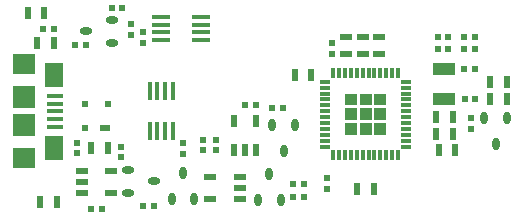
<source format=gbp>
G04 ================== begin FILE IDENTIFICATION RECORD ==================*
G04 Layout Name:  transponderRC2_4-10.brd*
G04 Film Name:    Solderpaste_bot*
G04 File Format:  Gerber RS274X*
G04 File Origin:  Cadence Allegro 17.2-S042*
G04 Origin Date:  Fri Nov 23 21:07:11 2018*
G04 *
G04 Layer:  PACKAGE GEOMETRY/PASTEMASK_BOTTOM*
G04 Layer:  PIN/PASTEMASK_BOTTOM*
G04 Layer:  VIA CLASS/PASTEMASK_BOTTOM*
G04 *
G04 Offset:    (0.0000 0.0000)*
G04 Mirror:    No*
G04 Mode:      Positive*
G04 Rotation:  0*
G04 FullContactRelief:  No*
G04 UndefLineWidth:     0.1500*
G04 ================== end FILE IDENTIFICATION RECORD ====================*
%FSAX55Y55*MOMM*%
%IR0*IPPOS*OFA0.00000B0.00000*MIA0B0*SFA1.00000B1.00000*%
%ADD22O,.6X1.1*%
%ADD17O,1.1X.6*%
%ADD26R,1.X.6*%
%ADD10R,.6X1.*%
%ADD16R,1.35X.4*%
%ADD20R,.3X1.55*%
%ADD21R,1.55X.3*%
%ADD13R,.6X.6*%
%ADD15R,1.0922X.6096*%
%ADD23R,.6096X1.0922*%
%ADD14R,1.6X2.1*%
%ADD27R,1.9X1.1*%
%ADD19R,.5X.6*%
%ADD11R,1.9X1.8*%
%ADD12R,1.9X1.9*%
%ADD25R,.3X.85*%
%ADD18R,.9X.6*%
%ADD24R,.85X.3*%
G75*
%LPD*%
G75*
G36*
G01X0002995000Y0000800000D02*
X0002995000Y0000900000D01*
X0003095000Y0000900000D01*
X0003095000Y0000800000D01*
X0002995000Y0000800000D01*
G37*
G36*
G01X0002870000Y0000800000D02*
X0002870000Y0000900000D01*
X0002970000Y0000900000D01*
X0002970000Y0000800000D01*
X0002870000Y0000800000D01*
G37*
G36*
G01X0002870000Y0000925000D02*
X0002870000Y0001025000D01*
X0002970000Y0001025000D01*
X0002970000Y0000925000D01*
X0002870000Y0000925000D01*
G37*
G36*
G01X0002995000Y0000925000D02*
X0002995000Y0001025000D01*
X0003095000Y0001025000D01*
X0003095000Y0000925000D01*
X0002995000Y0000925000D01*
G37*
G36*
G01X0002870000Y0001050000D02*
X0002870000Y0001150000D01*
X0002970000Y0001150000D01*
X0002970000Y0001050000D01*
X0002870000Y0001050000D01*
G37*
G36*
G01X0002995000Y0001050000D02*
X0002995000Y0001150000D01*
X0003095000Y0001150000D01*
X0003095000Y0001050000D01*
X0002995000Y0001050000D01*
G37*
G36*
G01X0003120000Y0000800000D02*
X0003120000Y0000900000D01*
X0003220000Y0000900000D01*
X0003220000Y0000800000D01*
X0003120000Y0000800000D01*
G37*
G36*
G01X0003120000Y0000925000D02*
X0003120000Y0001025000D01*
X0003220000Y0001025000D01*
X0003220000Y0000925000D01*
X0003120000Y0000925000D01*
G37*
G36*
G01X0003120000Y0001050000D02*
X0003120000Y0001150000D01*
X0003220000Y0001150000D01*
X0003220000Y0001050000D01*
X0003120000Y0001050000D01*
G37*
G54D10*
X0000290000Y0000230000D03*
X0000265000Y0001580000D03*
X0000185000Y0001835000D03*
X0000325000Y0001835000D03*
X0000430000Y0000230000D03*
X0000405000Y0001580000D03*
X0000720000Y0000685000D03*
X0000860000Y0000685000D03*
X0002445000Y0001305000D03*
X0002585000Y0001305000D03*
X0002975000Y0000345000D03*
X0003115000Y0000345000D03*
X0003645000Y0000950000D03*
X0003645000Y0000810000D03*
X0003665000Y0000670000D03*
X0003785000Y0000950000D03*
X0003785000Y0000810000D03*
X0003805000Y0000670000D03*
X0004240000Y0001100000D03*
X0004100000Y0001100000D03*
X0004240000Y0001245000D03*
X0004100000Y0001245000D03*
G54D11*
X0000150000Y0000600000D03*
X0000150000Y0001400000D03*
G54D20*
X0001217500Y0000830000D03*
X0001282500Y0000830000D03*
X0001282500Y0001170000D03*
X0001217500Y0001170000D03*
X0001347500Y0000830000D03*
X0001412500Y0000830000D03*
X0001412500Y0001170000D03*
X0001347500Y0001170000D03*
G54D12*
X0000150000Y0000880000D03*
X0000150000Y0001120000D03*
G54D21*
X0001310000Y0001602500D03*
X0001310000Y0001797500D03*
X0001310000Y0001732500D03*
X0001310000Y0001667500D03*
X0001650000Y0001602500D03*
X0001650000Y0001667500D03*
X0001650000Y0001732500D03*
X0001650000Y0001797500D03*
G54D13*
X0000315000Y0001700000D03*
X0000605000Y0000645000D03*
X0000605000Y0000735000D03*
X0000585000Y0001560000D03*
X0000405000Y0001700000D03*
X0000720000Y0000170000D03*
X0000810000Y0000170000D03*
X0000970000Y0000610000D03*
X0000970000Y0000700000D03*
X0000675000Y0001560000D03*
X0000895000Y0001870000D03*
X0000985000Y0001870000D03*
X0001160000Y0000195000D03*
X0001250000Y0000195000D03*
X0001060000Y0001645000D03*
X0001160000Y0001580000D03*
X0001060000Y0001735000D03*
X0001160000Y0001670000D03*
X0001500000Y0000640000D03*
X0001670000Y0000760000D03*
X0001670000Y0000670000D03*
X0001500000Y0000730000D03*
X0001775000Y0000760000D03*
X0001775000Y0000670000D03*
X0002025000Y0001050000D03*
X0002255000Y0001030000D03*
X0002345000Y0001030000D03*
X0002115000Y0001050000D03*
X0002430000Y0000275000D03*
X0002520000Y0000275000D03*
X0002715000Y0000435000D03*
X0002715000Y0000345000D03*
X0002430000Y0000380000D03*
X0002520000Y0000380000D03*
X0002760000Y0001485000D03*
X0002760000Y0001575000D03*
X0003745000Y0001525000D03*
X0003655000Y0001525000D03*
X0003655000Y0001625000D03*
X0003745000Y0001625000D03*
X0003940000Y0000940000D03*
X0003940000Y0000850000D03*
X0003885000Y0001105000D03*
X0003975000Y0001105000D03*
X0003880000Y0001360000D03*
X0003970000Y0001360000D03*
X0003970000Y0001525000D03*
X0003880000Y0001525000D03*
X0003880000Y0001625000D03*
X0003970000Y0001625000D03*
G54D22*
X0001595000Y0000255000D03*
X0001405000Y0000255000D03*
X0001500000Y0000475000D03*
X0002325000Y0000250000D03*
X0002135000Y0000250000D03*
X0002230000Y0000470000D03*
X0002350000Y0000660000D03*
X0002255000Y0000880000D03*
X0002445000Y0000880000D03*
X0004050000Y0000940000D03*
X0004240000Y0000940000D03*
X0004145000Y0000720000D03*
G54D14*
X0000405000Y0000690000D03*
X0000405000Y0001310000D03*
G54D23*
X0002021020Y0000670000D03*
X0001927040Y0000670000D03*
X0001927040Y0000918920D03*
X0002115000Y0000670000D03*
X0002115000Y0000918920D03*
G54D24*
X0002700000Y0000950000D03*
X0002700000Y0000900000D03*
X0002700000Y0000850000D03*
X0002700000Y0000800000D03*
X0002700000Y0000750000D03*
X0002700000Y0000700000D03*
X0002700000Y0001250000D03*
X0002700000Y0001200000D03*
X0002700000Y0001150000D03*
X0002700000Y0001100000D03*
X0002700000Y0001050000D03*
X0002700000Y0001000000D03*
X0003390000Y0000700000D03*
X0003390000Y0000750000D03*
X0003390000Y0000800000D03*
X0003390000Y0000850000D03*
X0003390000Y0000900000D03*
X0003390000Y0000950000D03*
X0003390000Y0001000000D03*
X0003390000Y0001050000D03*
X0003390000Y0001100000D03*
X0003390000Y0001150000D03*
X0003390000Y0001200000D03*
X0003390000Y0001250000D03*
G54D15*
X0000640000Y0000310000D03*
X0000640000Y0000403980D03*
X0000640000Y0000497960D03*
X0000888920Y0000497960D03*
X0000888920Y0000310000D03*
X0001980000Y0000257040D03*
X0001731080Y0000257040D03*
X0001980000Y0000445000D03*
X0001980000Y0000351020D03*
X0001731080Y0000445000D03*
G54D25*
X0002770000Y0000630000D03*
X0002820000Y0000630000D03*
X0002870000Y0000630000D03*
X0002920000Y0000630000D03*
X0002970000Y0000630000D03*
X0003020000Y0000630000D03*
X0003020000Y0001320000D03*
X0002970000Y0001320000D03*
X0002920000Y0001320000D03*
X0002870000Y0001320000D03*
X0002820000Y0001320000D03*
X0002770000Y0001320000D03*
X0003070000Y0000630000D03*
X0003120000Y0000630000D03*
X0003170000Y0000630000D03*
X0003220000Y0000630000D03*
X0003270000Y0000630000D03*
X0003320000Y0000630000D03*
X0003320000Y0001320000D03*
X0003270000Y0001320000D03*
X0003220000Y0001320000D03*
X0003170000Y0001320000D03*
X0003120000Y0001320000D03*
X0003070000Y0001320000D03*
G54D16*
X0000417500Y0000870000D03*
X0000417500Y0000935000D03*
X0000417500Y0001130000D03*
X0000417500Y0001065000D03*
X0000417500Y0001000000D03*
G54D26*
X0003020000Y0001625000D03*
X0003020000Y0001485000D03*
X0002880000Y0001625000D03*
X0002880000Y0001485000D03*
X0003160000Y0001625000D03*
X0003160000Y0001485000D03*
G54D17*
X0000675000Y0001675000D03*
X0001030000Y0000310000D03*
X0001030000Y0000500000D03*
X0000895000Y0001580000D03*
X0000895000Y0001770000D03*
X0001250000Y0000405000D03*
G54D18*
X0000840000Y0000860000D03*
G54D27*
X0003705000Y0001105000D03*
X0003705000Y0001355000D03*
G54D19*
X0000670000Y0000860000D03*
X0000670000Y0001060000D03*
X0000860000Y0001060000D03*
M02*

</source>
